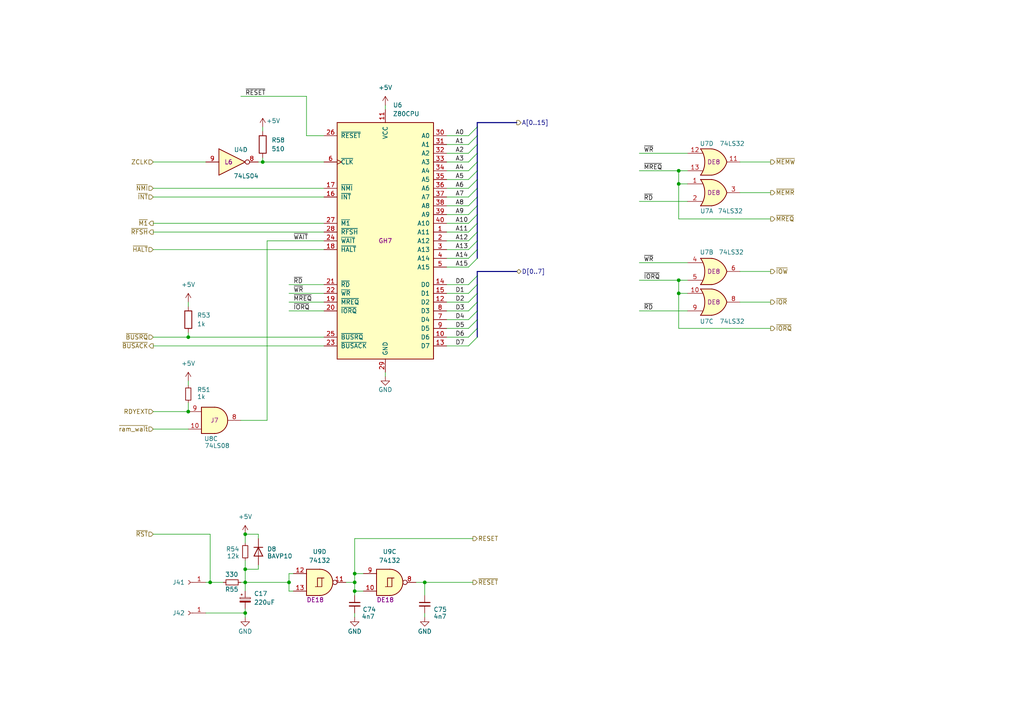
<source format=kicad_sch>
(kicad_sch (version 20231120) (generator "eeschema") (generator_version "8.0")
  (paper "A4")
  (title_block (title "Elwro 800 Junior Rev C - CPU") (company "Przemysław Węgrzyn <pwegrzyn@codepainters.com>"))
  (lib_symbols
    (symbol "74xx:74LS04"
      (property "Reference" "U" (at 0 1.27 0))
      (property "Value" "74LS04" (at 0 -1.27 0))
      (symbol "74LS04_1_0"
        (polyline (pts (xy -3.81 3.81) (xy -3.81 -3.81) (xy 3.81 0) (xy -3.81 3.81)) (stroke (width 0.254)) (fill (type background)))
        (pin input line (at -7.62 0 0) (length 3.81) (name "~") (number "1"))
        (pin output inverted (at 7.62 0 180) (length 3.81) (name "~") (number "2"))
      )
      (symbol "74LS04_2_0"
        (polyline (pts (xy -3.81 3.81) (xy -3.81 -3.81) (xy 3.81 0) (xy -3.81 3.81)) (stroke (width 0.254)) (fill (type background)))
        (pin input line (at -7.62 0 0) (length 3.81) (name "~") (number "3"))
        (pin output inverted (at 7.62 0 180) (length 3.81) (name "~") (number "4"))
      )
      (symbol "74LS04_3_0"
        (polyline (pts (xy -3.81 3.81) (xy -3.81 -3.81) (xy 3.81 0) (xy -3.81 3.81)) (stroke (width 0.254)) (fill (type background)))
        (pin input line (at -7.62 0 0) (length 3.81) (name "~") (number "5"))
        (pin output inverted (at 7.62 0 180) (length 3.81) (name "~") (number "6"))
      )
      (symbol "74LS04_4_0"
        (polyline (pts (xy -3.81 3.81) (xy -3.81 -3.81) (xy 3.81 0) (xy -3.81 3.81)) (stroke (width 0.254)) (fill (type background)))
        (pin output inverted (at 7.62 0 180) (length 3.81) (name "~") (number "8"))
        (pin input line (at -7.62 0 0) (length 3.81) (name "~") (number "9"))
      )
      (symbol "74LS04_5_0"
        (polyline (pts (xy -3.81 3.81) (xy -3.81 -3.81) (xy 3.81 0) (xy -3.81 3.81)) (stroke (width 0.254)) (fill (type background)))
        (pin output inverted (at 7.62 0 180) (length 3.81) (name "~") (number "10"))
        (pin input line (at -7.62 0 0) (length 3.81) (name "~") (number "11"))
      )
      (symbol "74LS04_6_0"
        (polyline (pts (xy -3.81 3.81) (xy -3.81 -3.81) (xy 3.81 0) (xy -3.81 3.81)) (stroke (width 0.254)) (fill (type background)))
        (pin output inverted (at 7.62 0 180) (length 3.81) (name "~") (number "12"))
        (pin input line (at -7.62 0 0) (length 3.81) (name "~") (number "13"))
      )
      (symbol "74LS04_7_0"
        (pin power_in line (at 0 12.7 270) (length 5.08) (name "VCC") (number "14"))
        (pin power_in line (at 0 -12.7 90) (length 5.08) (name "GND") (number "7"))
      )
      (symbol "74LS04_7_1"
        (rectangle (start -5.08 7.62) (end 5.08 -7.62) (stroke (width 0.254)) (fill (type background)))
      )
    )
    (symbol "74xx:74LS08" (pin_names (offset 1.016))
      (property "Reference" "U" (at 0 1.27 0))
      (property "Value" "74LS08" (at 0 -1.27 0))
      (symbol "74LS08_1_1"
        (arc (start 0 -3.81) (mid 3.7934 0) (end 0 3.81) (stroke (width 0.254)) (fill (type background)))
        (polyline (pts (xy 0 3.81) (xy -3.81 3.81) (xy -3.81 -3.81) (xy 0 -3.81)) (stroke (width 0.254)) (fill (type background)))
        (pin input line (at -7.62 2.54 0) (length 3.81) (name "~") (number "1"))
        (pin input line (at -7.62 -2.54 0) (length 3.81) (name "~") (number "2"))
        (pin output line (at 7.62 0 180) (length 3.81) (name "~") (number "3"))
      )
      (symbol "74LS08_1_2"
        (arc (start -3.81 -3.81) (mid -2.589 0) (end -3.81 3.81) (stroke (width 0.254)))
        (arc (start -0.6096 -3.81) (mid 2.1842 -2.5851) (end 3.81 0) (stroke (width 0.254)) (fill (type background)))
        (polyline (pts (xy -3.81 -3.81) (xy -0.635 -3.81)) (stroke (width 0.254)) (fill (type background)))
        (polyline (pts (xy -3.81 3.81) (xy -0.635 3.81)) (stroke (width 0.254)) (fill (type background)))
        (polyline (pts (xy -0.635 3.81) (xy -3.81 3.81) (xy -3.81 3.81) (xy -3.556 3.4036) (xy -3.0226 2.2606) (xy -2.6924 1.0414) (xy -2.6162 -0.254) (xy -2.7686 -1.4986) (xy -3.175 -2.7178) (xy -3.81 -3.81) (xy -3.81 -3.81) (xy -0.635 -3.81)) (stroke (width -25.4)) (fill (type background)))
        (arc (start 3.81 0) (mid 2.1915 2.5936) (end -0.6096 3.81) (stroke (width 0.254)) (fill (type background)))
        (pin input inverted (at -7.62 2.54 0) (length 4.318) (name "~") (number "1"))
        (pin input inverted (at -7.62 -2.54 0) (length 4.318) (name "~") (number "2"))
        (pin output inverted (at 7.62 0 180) (length 3.81) (name "~") (number "3"))
      )
      (symbol "74LS08_2_1"
        (arc (start 0 -3.81) (mid 3.7934 0) (end 0 3.81) (stroke (width 0.254)) (fill (type background)))
        (polyline (pts (xy 0 3.81) (xy -3.81 3.81) (xy -3.81 -3.81) (xy 0 -3.81)) (stroke (width 0.254)) (fill (type background)))
        (pin input line (at -7.62 2.54 0) (length 3.81) (name "~") (number "4"))
        (pin input line (at -7.62 -2.54 0) (length 3.81) (name "~") (number "5"))
        (pin output line (at 7.62 0 180) (length 3.81) (name "~") (number "6"))
      )
      (symbol "74LS08_2_2"
        (arc (start -3.81 -3.81) (mid -2.589 0) (end -3.81 3.81) (stroke (width 0.254)))
        (arc (start -0.6096 -3.81) (mid 2.1842 -2.5851) (end 3.81 0) (stroke (width 0.254)) (fill (type background)))
        (polyline (pts (xy -3.81 -3.81) (xy -0.635 -3.81)) (stroke (width 0.254)) (fill (type background)))
        (polyline (pts (xy -3.81 3.81) (xy -0.635 3.81)) (stroke (width 0.254)) (fill (type background)))
        (polyline (pts (xy -0.635 3.81) (xy -3.81 3.81) (xy -3.81 3.81) (xy -3.556 3.4036) (xy -3.0226 2.2606) (xy -2.6924 1.0414) (xy -2.6162 -0.254) (xy -2.7686 -1.4986) (xy -3.175 -2.7178) (xy -3.81 -3.81) (xy -3.81 -3.81) (xy -0.635 -3.81)) (stroke (width -25.4)) (fill (type background)))
        (arc (start 3.81 0) (mid 2.1915 2.5936) (end -0.6096 3.81) (stroke (width 0.254)) (fill (type background)))
        (pin input inverted (at -7.62 2.54 0) (length 4.318) (name "~") (number "4"))
        (pin input inverted (at -7.62 -2.54 0) (length 4.318) (name "~") (number "5"))
        (pin output inverted (at 7.62 0 180) (length 3.81) (name "~") (number "6"))
      )
      (symbol "74LS08_3_1"
        (arc (start 0 -3.81) (mid 3.7934 0) (end 0 3.81) (stroke (width 0.254)) (fill (type background)))
        (polyline (pts (xy 0 3.81) (xy -3.81 3.81) (xy -3.81 -3.81) (xy 0 -3.81)) (stroke (width 0.254)) (fill (type background)))
        (pin input line (at -7.62 -2.54 0) (length 3.81) (name "~") (number "10"))
        (pin output line (at 7.62 0 180) (length 3.81) (name "~") (number "8"))
        (pin input line (at -7.62 2.54 0) (length 3.81) (name "~") (number "9"))
      )
      (symbol "74LS08_3_2"
        (arc (start -3.81 -3.81) (mid -2.589 0) (end -3.81 3.81) (stroke (width 0.254)))
        (arc (start -0.6096 -3.81) (mid 2.1842 -2.5851) (end 3.81 0) (stroke (width 0.254)) (fill (type background)))
        (polyline (pts (xy -3.81 -3.81) (xy -0.635 -3.81)) (stroke (width 0.254)) (fill (type background)))
        (polyline (pts (xy -3.81 3.81) (xy -0.635 3.81)) (stroke (width 0.254)) (fill (type background)))
        (polyline (pts (xy -0.635 3.81) (xy -3.81 3.81) (xy -3.81 3.81) (xy -3.556 3.4036) (xy -3.0226 2.2606) (xy -2.6924 1.0414) (xy -2.6162 -0.254) (xy -2.7686 -1.4986) (xy -3.175 -2.7178) (xy -3.81 -3.81) (xy -3.81 -3.81) (xy -0.635 -3.81)) (stroke (width -25.4)) (fill (type background)))
        (arc (start 3.81 0) (mid 2.1915 2.5936) (end -0.6096 3.81) (stroke (width 0.254)) (fill (type background)))
        (pin input inverted (at -7.62 -2.54 0) (length 4.318) (name "~") (number "10"))
        (pin output inverted (at 7.62 0 180) (length 3.81) (name "~") (number "8"))
        (pin input inverted (at -7.62 2.54 0) (length 4.318) (name "~") (number "9"))
      )
      (symbol "74LS08_4_1"
        (arc (start 0 -3.81) (mid 3.7934 0) (end 0 3.81) (stroke (width 0.254)) (fill (type background)))
        (polyline (pts (xy 0 3.81) (xy -3.81 3.81) (xy -3.81 -3.81) (xy 0 -3.81)) (stroke (width 0.254)) (fill (type background)))
        (pin output line (at 7.62 0 180) (length 3.81) (name "~") (number "11"))
        (pin input line (at -7.62 2.54 0) (length 3.81) (name "~") (number "12"))
        (pin input line (at -7.62 -2.54 0) (length 3.81) (name "~") (number "13"))
      )
      (symbol "74LS08_4_2"
        (arc (start -3.81 -3.81) (mid -2.589 0) (end -3.81 3.81) (stroke (width 0.254)))
        (arc (start -0.6096 -3.81) (mid 2.1842 -2.5851) (end 3.81 0) (stroke (width 0.254)) (fill (type background)))
        (polyline (pts (xy -3.81 -3.81) (xy -0.635 -3.81)) (stroke (width 0.254)) (fill (type background)))
        (polyline (pts (xy -3.81 3.81) (xy -0.635 3.81)) (stroke (width 0.254)) (fill (type background)))
        (polyline (pts (xy -0.635 3.81) (xy -3.81 3.81) (xy -3.81 3.81) (xy -3.556 3.4036) (xy -3.0226 2.2606) (xy -2.6924 1.0414) (xy -2.6162 -0.254) (xy -2.7686 -1.4986) (xy -3.175 -2.7178) (xy -3.81 -3.81) (xy -3.81 -3.81) (xy -0.635 -3.81)) (stroke (width -25.4)) (fill (type background)))
        (arc (start 3.81 0) (mid 2.1915 2.5936) (end -0.6096 3.81) (stroke (width 0.254)) (fill (type background)))
        (pin output inverted (at 7.62 0 180) (length 3.81) (name "~") (number "11"))
        (pin input inverted (at -7.62 2.54 0) (length 4.318) (name "~") (number "12"))
        (pin input inverted (at -7.62 -2.54 0) (length 4.318) (name "~") (number "13"))
      )
      (symbol "74LS08_5_0"
        (pin power_in line (at 0 12.7 270) (length 5.08) (name "VCC") (number "14"))
        (pin power_in line (at 0 -12.7 90) (length 5.08) (name "GND") (number "7"))
      )
      (symbol "74LS08_5_1"
        (rectangle (start -5.08 7.62) (end 5.08 -7.62) (stroke (width 0.254)) (fill (type background)))
      )
    )
    (symbol "74xx:74LS132" (pin_names (offset 1.016))
      (property "Reference" "U" (at 0 1.27 0))
      (property "Value" "74LS132" (at 0 -1.27 0))
      (symbol "74LS132_1_0"
        (polyline (pts (xy -0.635 -1.27) (xy -0.635 1.27) (xy 0.635 1.27)))
        (polyline (pts (xy -0.635 -1.27) (xy -0.635 1.27) (xy 0.635 1.27)))
        (polyline (pts (xy -1.27 -1.27) (xy 0.635 -1.27) (xy 0.635 1.27) (xy 1.27 1.27)))
        (polyline (pts (xy -1.27 -1.27) (xy 0.635 -1.27) (xy 0.635 1.27) (xy 1.27 1.27)))
      )
      (symbol "74LS132_1_1"
        (arc (start 0 -3.81) (mid 3.7934 0) (end 0 3.81) (stroke (width 0.254)) (fill (type background)))
        (polyline (pts (xy 0 3.81) (xy -3.81 3.81) (xy -3.81 -3.81) (xy 0 -3.81)) (stroke (width 0.254)) (fill (type background)))
        (pin input line (at -7.62 2.54 0) (length 3.81) (name "~") (number "1"))
        (pin input line (at -7.62 -2.54 0) (length 3.81) (name "~") (number "2"))
        (pin output inverted (at 7.62 0 180) (length 3.81) (name "~") (number "3"))
      )
      (symbol "74LS132_1_2"
        (arc (start -3.81 -3.81) (mid -2.589 0) (end -3.81 3.81) (stroke (width 0.254)))
        (arc (start -0.6096 -3.81) (mid 2.1842 -2.5851) (end 3.81 0) (stroke (width 0.254)) (fill (type background)))
        (polyline (pts (xy -3.81 -3.81) (xy -0.635 -3.81)) (stroke (width 0.254)) (fill (type background)))
        (polyline (pts (xy -3.81 3.81) (xy -0.635 3.81)) (stroke (width 0.254)) (fill (type background)))
        (polyline (pts (xy -0.635 3.81) (xy -3.81 3.81) (xy -3.81 3.81) (xy -3.556 3.4036) (xy -3.0226 2.2606) (xy -2.6924 1.0414) (xy -2.6162 -0.254) (xy -2.7686 -1.4986) (xy -3.175 -2.7178) (xy -3.81 -3.81) (xy -3.81 -3.81) (xy -0.635 -3.81)) (stroke (width -25.4)) (fill (type background)))
        (arc (start 3.81 0) (mid 2.1915 2.5936) (end -0.6096 3.81) (stroke (width 0.254)) (fill (type background)))
        (pin input inverted (at -7.62 2.54 0) (length 4.318) (name "~") (number "1"))
        (pin input inverted (at -7.62 -2.54 0) (length 4.318) (name "~") (number "2"))
        (pin output line (at 7.62 0 180) (length 3.81) (name "~") (number "3"))
      )
      (symbol "74LS132_2_0"
        (polyline (pts (xy -0.635 -1.27) (xy -0.635 1.27) (xy 0.635 1.27)))
        (polyline (pts (xy -0.635 -1.27) (xy -0.635 1.27) (xy 0.635 1.27)))
        (polyline (pts (xy -1.27 -1.27) (xy 0.635 -1.27) (xy 0.635 1.27) (xy 1.27 1.27)))
        (polyline (pts (xy -1.27 -1.27) (xy 0.635 -1.27) (xy 0.635 1.27) (xy 1.27 1.27)))
      )
      (symbol "74LS132_2_1"
        (arc (start 0 -3.81) (mid 3.7934 0) (end 0 3.81) (stroke (width 0.254)) (fill (type background)))
        (polyline (pts (xy 0 3.81) (xy -3.81 3.81) (xy -3.81 -3.81) (xy 0 -3.81)) (stroke (width 0.254)) (fill (type background)))
        (pin input line (at -7.62 2.54 0) (length 3.81) (name "~") (number "4"))
        (pin input line (at -7.62 -2.54 0) (length 3.81) (name "~") (number "5"))
        (pin output inverted (at 7.62 0 180) (length 3.81) (name "~") (number "6"))
      )
      (symbol "74LS132_2_2"
        (arc (start -3.81 -3.81) (mid -2.589 0) (end -3.81 3.81) (stroke (width 0.254)))
        (arc (start -0.6096 -3.81) (mid 2.1842 -2.5851) (end 3.81 0) (stroke (width 0.254)) (fill (type background)))
        (polyline (pts (xy -3.81 -3.81) (xy -0.635 -3.81)) (stroke (width 0.254)) (fill (type background)))
        (polyline (pts (xy -3.81 3.81) (xy -0.635 3.81)) (stroke (width 0.254)) (fill (type background)))
        (polyline (pts (xy -0.635 3.81) (xy -3.81 3.81) (xy -3.81 3.81) (xy -3.556 3.4036) (xy -3.0226 2.2606) (xy -2.6924 1.0414) (xy -2.6162 -0.254) (xy -2.7686 -1.4986) (xy -3.175 -2.7178) (xy -3.81 -3.81) (xy -3.81 -3.81) (xy -0.635 -3.81)) (stroke (width -25.4)) (fill (type background)))
        (arc (start 3.81 0) (mid 2.1915 2.5936) (end -0.6096 3.81) (stroke (width 0.254)) (fill (type background)))
        (pin input inverted (at -7.62 2.54 0) (length 4.318) (name "~") (number "4"))
        (pin input inverted (at -7.62 -2.54 0) (length 4.318) (name "~") (number "5"))
        (pin output line (at 7.62 0 180) (length 3.81) (name "~") (number "6"))
      )
      (symbol "74LS132_3_0"
        (polyline (pts (xy -0.635 -1.27) (xy -0.635 1.27) (xy 0.635 1.27)))
        (polyline (pts (xy -0.635 -1.27) (xy -0.635 1.27) (xy 0.635 1.27)))
        (polyline (pts (xy -1.27 -1.27) (xy 0.635 -1.27) (xy 0.635 1.27) (xy 1.27 1.27)))
        (polyline (pts (xy -1.27 -1.27) (xy 0.635 -1.27) (xy 0.635 1.27) (xy 1.27 1.27)))
      )
      (symbol "74LS132_3_1"
        (arc (start 0 -3.81) (mid 3.7934 0) (end 0 3.81) (stroke (width 0.254)) (fill (type background)))
        (polyline (pts (xy 0 3.81) (xy -3.81 3.81) (xy -3.81 -3.81) (xy 0 -3.81)) (stroke (width 0.254)) (fill (type background)))
        (pin input line (at -7.62 -2.54 0) (length 3.81) (name "~") (number "10"))
        (pin output inverted (at 7.62 0 180) (length 3.81) (name "~") (number "8"))
        (pin input line (at -7.62 2.54 0) (length 3.81) (name "~") (number "9"))
      )
      (symbol "74LS132_3_2"
        (arc (start -3.81 -3.81) (mid -2.589 0) (end -3.81 3.81) (stroke (width 0.254)))
        (arc (start -0.6096 -3.81) (mid 2.1842 -2.5851) (end 3.81 0) (stroke (width 0.254)) (fill (type background)))
        (polyline (pts (xy -3.81 -3.81) (xy -0.635 -3.81)) (stroke (width 0.254)) (fill (type background)))
        (polyline (pts (xy -3.81 3.81) (xy -0.635 3.81)) (stroke (width 0.254)) (fill (type background)))
        (polyline (pts (xy -0.635 3.81) (xy -3.81 3.81) (xy -3.81 3.81) (xy -3.556 3.4036) (xy -3.0226 2.2606) (xy -2.6924 1.0414) (xy -2.6162 -0.254) (xy -2.7686 -1.4986) (xy -3.175 -2.7178) (xy -3.81 -3.81) (xy -3.81 -3.81) (xy -0.635 -3.81)) (stroke (width -25.4)) (fill (type background)))
        (arc (start 3.81 0) (mid 2.1915 2.5936) (end -0.6096 3.81) (stroke (width 0.254)) (fill (type background)))
        (pin input inverted (at -7.62 -2.54 0) (length 4.318) (name "~") (number "10"))
        (pin output line (at 7.62 0 180) (length 3.81) (name "~") (number "8"))
        (pin input inverted (at -7.62 2.54 0) (length 4.318) (name "~") (number "9"))
      )
      (symbol "74LS132_4_0"
        (polyline (pts (xy -0.635 -1.27) (xy -0.635 1.27) (xy 0.635 1.27)))
        (polyline (pts (xy -0.635 -1.27) (xy -0.635 1.27) (xy 0.635 1.27)))
        (polyline (pts (xy -1.27 -1.27) (xy 0.635 -1.27) (xy 0.635 1.27) (xy 1.27 1.27)))
        (polyline (pts (xy -1.27 -1.27) (xy 0.635 -1.27) (xy 0.635 1.27) (xy 1.27 1.27)))
      )
      (symbol "74LS132_4_1"
        (arc (start 0 -3.81) (mid 3.7934 0) (end 0 3.81) (stroke (width 0.254)) (fill (type background)))
        (polyline (pts (xy 0 3.81) (xy -3.81 3.81) (xy -3.81 -3.81) (xy 0 -3.81)) (stroke (width 0.254)) (fill (type background)))
        (pin output inverted (at 7.62 0 180) (length 3.81) (name "~") (number "11"))
        (pin input line (at -7.62 2.54 0) (length 3.81) (name "~") (number "12"))
        (pin input line (at -7.62 -2.54 0) (length 3.81) (name "~") (number "13"))
      )
      (symbol "74LS132_4_2"
        (arc (start -3.81 -3.81) (mid -2.589 0) (end -3.81 3.81) (stroke (width 0.254)))
        (arc (start -0.6096 -3.81) (mid 2.1842 -2.5851) (end 3.81 0) (stroke (width 0.254)) (fill (type background)))
        (polyline (pts (xy -3.81 -3.81) (xy -0.635 -3.81)) (stroke (width 0.254)) (fill (type background)))
        (polyline (pts (xy -3.81 3.81) (xy -0.635 3.81)) (stroke (width 0.254)) (fill (type background)))
        (polyline (pts (xy -0.635 3.81) (xy -3.81 3.81) (xy -3.81 3.81) (xy -3.556 3.4036) (xy -3.0226 2.2606) (xy -2.6924 1.0414) (xy -2.6162 -0.254) (xy -2.7686 -1.4986) (xy -3.175 -2.7178) (xy -3.81 -3.81) (xy -3.81 -3.81) (xy -0.635 -3.81)) (stroke (width -25.4)) (fill (type background)))
        (arc (start 3.81 0) (mid 2.1915 2.5936) (end -0.6096 3.81) (stroke (width 0.254)) (fill (type background)))
        (pin output line (at 7.62 0 180) (length 3.81) (name "~") (number "11"))
        (pin input inverted (at -7.62 2.54 0) (length 4.318) (name "~") (number "12"))
        (pin input inverted (at -7.62 -2.54 0) (length 4.318) (name "~") (number "13"))
      )
      (symbol "74LS132_5_0"
        (pin power_in line (at 0 12.7 270) (length 5.08) (name "VCC") (number "14"))
        (pin power_in line (at 0 -12.7 90) (length 5.08) (name "GND") (number "7"))
      )
      (symbol "74LS132_5_1"
        (rectangle (start -5.08 7.62) (end 5.08 -7.62) (stroke (width 0.254)) (fill (type background)))
      )
    )
    (symbol "74xx:74LS32" (pin_names (offset 1.016))
      (property "Reference" "U" (at 0 1.27 0))
      (property "Value" "74LS32" (at 0 -1.27 0))
      (symbol "74LS32_1_1"
        (arc (start -3.81 -3.81) (mid -2.589 0) (end -3.81 3.81) (stroke (width 0.254)))
        (arc (start -0.6096 -3.81) (mid 2.1842 -2.5851) (end 3.81 0) (stroke (width 0.254)) (fill (type background)))
        (polyline (pts (xy -3.81 -3.81) (xy -0.635 -3.81)) (stroke (width 0.254)) (fill (type background)))
        (polyline (pts (xy -3.81 3.81) (xy -0.635 3.81)) (stroke (width 0.254)) (fill (type background)))
        (polyline (pts (xy -0.635 3.81) (xy -3.81 3.81) (xy -3.81 3.81) (xy -3.556 3.4036) (xy -3.0226 2.2606) (xy -2.6924 1.0414) (xy -2.6162 -0.254) (xy -2.7686 -1.4986) (xy -3.175 -2.7178) (xy -3.81 -3.81) (xy -3.81 -3.81) (xy -0.635 -3.81)) (stroke (width -25.4)) (fill (type background)))
        (arc (start 3.81 0) (mid 2.1915 2.5936) (end -0.6096 3.81) (stroke (width 0.254)) (fill (type background)))
        (pin input line (at -7.62 2.54 0) (length 4.318) (name "~") (number "1"))
        (pin input line (at -7.62 -2.54 0) (length 4.318) (name "~") (number "2"))
        (pin output line (at 7.62 0 180) (length 3.81) (name "~") (number "3"))
      )
      (symbol "74LS32_1_2"
        (arc (start 0 -3.81) (mid 3.7934 0) (end 0 3.81) (stroke (width 0.254)) (fill (type background)))
        (polyline (pts (xy 0 3.81) (xy -3.81 3.81) (xy -3.81 -3.81) (xy 0 -3.81)) (stroke (width 0.254)) (fill (type background)))
        (pin input inverted (at -7.62 2.54 0) (length 3.81) (name "~") (number "1"))
        (pin input inverted (at -7.62 -2.54 0) (length 3.81) (name "~") (number "2"))
        (pin output inverted (at 7.62 0 180) (length 3.81) (name "~") (number "3"))
      )
      (symbol "74LS32_2_1"
        (arc (start -3.81 -3.81) (mid -2.589 0) (end -3.81 3.81) (stroke (width 0.254)))
        (arc (start -0.6096 -3.81) (mid 2.1842 -2.5851) (end 3.81 0) (stroke (width 0.254)) (fill (type background)))
        (polyline (pts (xy -3.81 -3.81) (xy -0.635 -3.81)) (stroke (width 0.254)) (fill (type background)))
        (polyline (pts (xy -3.81 3.81) (xy -0.635 3.81)) (stroke (width 0.254)) (fill (type background)))
        (polyline (pts (xy -0.635 3.81) (xy -3.81 3.81) (xy -3.81 3.81) (xy -3.556 3.4036) (xy -3.0226 2.2606) (xy -2.6924 1.0414) (xy -2.6162 -0.254) (xy -2.7686 -1.4986) (xy -3.175 -2.7178) (xy -3.81 -3.81) (xy -3.81 -3.81) (xy -0.635 -3.81)) (stroke (width -25.4)) (fill (type background)))
        (arc (start 3.81 0) (mid 2.1915 2.5936) (end -0.6096 3.81) (stroke (width 0.254)) (fill (type background)))
        (pin input line (at -7.62 2.54 0) (length 4.318) (name "~") (number "4"))
        (pin input line (at -7.62 -2.54 0) (length 4.318) (name "~") (number "5"))
        (pin output line (at 7.62 0 180) (length 3.81) (name "~") (number "6"))
      )
      (symbol "74LS32_2_2"
        (arc (start 0 -3.81) (mid 3.7934 0) (end 0 3.81) (stroke (width 0.254)) (fill (type background)))
        (polyline (pts (xy 0 3.81) (xy -3.81 3.81) (xy -3.81 -3.81) (xy 0 -3.81)) (stroke (width 0.254)) (fill (type background)))
        (pin input inverted (at -7.62 2.54 0) (length 3.81) (name "~") (number "4"))
        (pin input inverted (at -7.62 -2.54 0) (length 3.81) (name "~") (number "5"))
        (pin output inverted (at 7.62 0 180) (length 3.81) (name "~") (number "6"))
      )
      (symbol "74LS32_3_1"
        (arc (start -3.81 -3.81) (mid -2.589 0) (end -3.81 3.81) (stroke (width 0.254)))
        (arc (start -0.6096 -3.81) (mid 2.1842 -2.5851) (end 3.81 0) (stroke (width 0.254)) (fill (type background)))
        (polyline (pts (xy -3.81 -3.81) (xy -0.635 -3.81)) (stroke (width 0.254)) (fill (type background)))
        (polyline (pts (xy -3.81 3.81) (xy -0.635 3.81)) (stroke (width 0.254)) (fill (type background)))
        (polyline (pts (xy -0.635 3.81) (xy -3.81 3.81) (xy -3.81 3.81) (xy -3.556 3.4036) (xy -3.0226 2.2606) (xy -2.6924 1.0414) (xy -2.6162 -0.254) (xy -2.7686 -1.4986) (xy -3.175 -2.7178) (xy -3.81 -3.81) (xy -3.81 -3.81) (xy -0.635 -3.81)) (stroke (width -25.4)) (fill (type background)))
        (arc (start 3.81 0) (mid 2.1915 2.5936) (end -0.6096 3.81) (stroke (width 0.254)) (fill (type background)))
        (pin input line (at -7.62 -2.54 0) (length 4.318) (name "~") (number "10"))
        (pin output line (at 7.62 0 180) (length 3.81) (name "~") (number "8"))
        (pin input line (at -7.62 2.54 0) (length 4.318) (name "~") (number "9"))
      )
      (symbol "74LS32_3_2"
        (arc (start 0 -3.81) (mid 3.7934 0) (end 0 3.81) (stroke (width 0.254)) (fill (type background)))
        (polyline (pts (xy 0 3.81) (xy -3.81 3.81) (xy -3.81 -3.81) (xy 0 -3.81)) (stroke (width 0.254)) (fill (type background)))
        (pin input inverted (at -7.62 -2.54 0) (length 3.81) (name "~") (number "10"))
        (pin output inverted (at 7.62 0 180) (length 3.81) (name "~") (number "8"))
        (pin input inverted (at -7.62 2.54 0) (length 3.81) (name "~") (number "9"))
      )
      (symbol "74LS32_4_1"
        (arc (start -3.81 -3.81) (mid -2.589 0) (end -3.81 3.81) (stroke (width 0.254)))
        (arc (start -0.6096 -3.81) (mid 2.1842 -2.5851) (end 3.81 0) (stroke (width 0.254)) (fill (type background)))
        (polyline (pts (xy -3.81 -3.81) (xy -0.635 -3.81)) (stroke (width 0.254)) (fill (type background)))
        (polyline (pts (xy -3.81 3.81) (xy -0.635 3.81)) (stroke (width 0.254)) (fill (type background)))
        (polyline (pts (xy -0.635 3.81) (xy -3.81 3.81) (xy -3.81 3.81) (xy -3.556 3.4036) (xy -3.0226 2.2606) (xy -2.6924 1.0414) (xy -2.6162 -0.254) (xy -2.7686 -1.4986) (xy -3.175 -2.7178) (xy -3.81 -3.81) (xy -3.81 -3.81) (xy -0.635 -3.81)) (stroke (width -25.4)) (fill (type background)))
        (arc (start 3.81 0) (mid 2.1915 2.5936) (end -0.6096 3.81) (stroke (width 0.254)) (fill (type background)))
        (pin output line (at 7.62 0 180) (length 3.81) (name "~") (number "11"))
        (pin input line (at -7.62 2.54 0) (length 4.318) (name "~") (number "12"))
        (pin input line (at -7.62 -2.54 0) (length 4.318) (name "~") (number "13"))
      )
      (symbol "74LS32_4_2"
        (arc (start 0 -3.81) (mid 3.7934 0) (end 0 3.81) (stroke (width 0.254)) (fill (type background)))
        (polyline (pts (xy 0 3.81) (xy -3.81 3.81) (xy -3.81 -3.81) (xy 0 -3.81)) (stroke (width 0.254)) (fill (type background)))
        (pin output inverted (at 7.62 0 180) (length 3.81) (name "~") (number "11"))
        (pin input inverted (at -7.62 2.54 0) (length 3.81) (name "~") (number "12"))
        (pin input inverted (at -7.62 -2.54 0) (length 3.81) (name "~") (number "13"))
      )
      (symbol "74LS32_5_0"
        (pin power_in line (at 0 12.7 270) (length 5.08) (name "VCC") (number "14"))
        (pin power_in line (at 0 -12.7 90) (length 5.08) (name "GND") (number "7"))
      )
      (symbol "74LS32_5_1"
        (rectangle (start -5.08 7.62) (end 5.08 -7.62) (stroke (width 0.254)) (fill (type background)))
      )
    )
    (symbol "CPU:Z80CPU" (pin_names (offset 1.016))
      (property "Reference" "U" (at -13.97 35.56 0))
      (property "Value" "Z80CPU" (at 6.35 35.56 0))
      (symbol "Z80CPU_0_1"
        (rectangle (start -13.97 34.29) (end 13.97 -34.29) (stroke (width 0.254)) (fill (type background)))
      )
      (symbol "Z80CPU_1_1"
        (pin output line (at 17.78 2.54 180) (length 3.81) (name "A11") (number "1"))
        (pin bidirectional line (at 17.78 -27.94 180) (length 3.81) (name "D6") (number "10"))
        (pin power_in line (at 0 38.1 270) (length 3.81) (name "VCC") (number "11"))
        (pin bidirectional line (at 17.78 -17.78 180) (length 3.81) (name "D2") (number "12"))
        (pin bidirectional line (at 17.78 -30.48 180) (length 3.81) (name "D7") (number "13"))
        (pin bidirectional line (at 17.78 -12.7 180) (length 3.81) (name "D0") (number "14"))
        (pin bidirectional line (at 17.78 -15.24 180) (length 3.81) (name "D1") (number "15"))
        (pin input line (at -17.78 12.7 0) (length 3.81) (name "~{INT}") (number "16"))
        (pin input line (at -17.78 15.24 0) (length 3.81) (name "~{NMI}") (number "17"))
        (pin output line (at -17.78 -2.54 0) (length 3.81) (name "~{HALT}") (number "18"))
        (pin output line (at -17.78 -17.78 0) (length 3.81) (name "~{MREQ}") (number "19"))
        (pin output line (at 17.78 0 180) (length 3.81) (name "A12") (number "2"))
        (pin output line (at -17.78 -20.32 0) (length 3.81) (name "~{IORQ}") (number "20"))
        (pin output line (at -17.78 -12.7 0) (length 3.81) (name "~{RD}") (number "21"))
        (pin output line (at -17.78 -15.24 0) (length 3.81) (name "~{WR}") (number "22"))
        (pin output line (at -17.78 -30.48 0) (length 3.81) (name "~{BUSACK}") (number "23"))
        (pin input line (at -17.78 0 0) (length 3.81) (name "~{WAIT}") (number "24"))
        (pin input line (at -17.78 -27.94 0) (length 3.81) (name "~{BUSRQ}") (number "25"))
        (pin input line (at -17.78 30.48 0) (length 3.81) (name "~{RESET}") (number "26"))
        (pin output line (at -17.78 5.08 0) (length 3.81) (name "~{M1}") (number "27"))
        (pin output line (at -17.78 2.54 0) (length 3.81) (name "~{RFSH}") (number "28"))
        (pin power_in line (at 0 -38.1 90) (length 3.81) (name "GND") (number "29"))
        (pin output line (at 17.78 -2.54 180) (length 3.81) (name "A13") (number "3"))
        (pin output line (at 17.78 30.48 180) (length 3.81) (name "A0") (number "30"))
        (pin output line (at 17.78 27.94 180) (length 3.81) (name "A1") (number "31"))
        (pin output line (at 17.78 25.4 180) (length 3.81) (name "A2") (number "32"))
        (pin output line (at 17.78 22.86 180) (length 3.81) (name "A3") (number "33"))
        (pin output line (at 17.78 20.32 180) (length 3.81) (name "A4") (number "34"))
        (pin output line (at 17.78 17.78 180) (length 3.81) (name "A5") (number "35"))
        (pin output line (at 17.78 15.24 180) (length 3.81) (name "A6") (number "36"))
        (pin output line (at 17.78 12.7 180) (length 3.81) (name "A7") (number "37"))
        (pin output line (at 17.78 10.16 180) (length 3.81) (name "A8") (number "38"))
        (pin output line (at 17.78 7.62 180) (length 3.81) (name "A9") (number "39"))
        (pin output line (at 17.78 -5.08 180) (length 3.81) (name "A14") (number "4"))
        (pin output line (at 17.78 5.08 180) (length 3.81) (name "A10") (number "40"))
        (pin output line (at 17.78 -7.62 180) (length 3.81) (name "A15") (number "5"))
        (pin input clock (at -17.78 22.86 0) (length 3.81) (name "~{CLK}") (number "6"))
        (pin bidirectional line (at 17.78 -22.86 180) (length 3.81) (name "D4") (number "7"))
        (pin bidirectional line (at 17.78 -20.32 180) (length 3.81) (name "D3") (number "8"))
        (pin bidirectional line (at 17.78 -25.4 180) (length 3.81) (name "D5") (number "9"))
      )
    )
    (symbol "Connector:Conn_01x01_Socket" (pin_names (offset 1.016) hide)
      (property "Reference" "J" (at 0 2.54 0))
      (property "Value" "Conn_01x01_Socket" (at 0 -2.54 0))
      (symbol "Conn_01x01_Socket_1_1"
        (polyline (pts (xy -1.27 0) (xy -0.508 0)) (stroke (width 0.1524)))
        (arc (start 0 0.508) (mid -0.5058 0) (end 0 -0.508) (stroke (width 0.1524)))
        (pin passive line (at -5.08 0 0) (length 3.81) (name "Pin_1") (number "1"))
      )
    )
    (symbol "Device:C_Polarized_Small" (pin_numbers hide) (pin_names (offset 0.254) hide)
      (property "Reference" "C" (at 0.254 1.778 0))
      (property "Value" "C_Polarized_Small" (at 0.254 -2.032 0))
      (symbol "C_Polarized_Small_0_1"
        (rectangle (start -1.524 -0.3048) (end 1.524 -0.6858) (fill (type outline)))
        (rectangle (start -1.524 0.6858) (end 1.524 0.3048))
        (polyline (pts (xy -1.27 1.524) (xy -0.762 1.524)))
        (polyline (pts (xy -1.016 1.27) (xy -1.016 1.778)))
      )
      (symbol "C_Polarized_Small_1_1"
        (pin passive line (at 0 2.54 270) (length 1.8542) (name "~") (number "1"))
        (pin passive line (at 0 -2.54 90) (length 1.8542) (name "~") (number "2"))
      )
    )
    (symbol "Device:C_Small" (pin_numbers hide) (pin_names (offset 0.254) hide)
      (property "Reference" "C" (at 0.254 1.778 0))
      (property "Value" "C_Small" (at 0.254 -2.032 0))
      (symbol "C_Small_0_1"
        (polyline (pts (xy -1.524 -0.508) (xy 1.524 -0.508)) (stroke (width 0.3302)))
        (polyline (pts (xy -1.524 0.508) (xy 1.524 0.508)) (stroke (width 0.3048)))
      )
      (symbol "C_Small_1_1"
        (pin passive line (at 0 2.54 270) (length 2.032) (name "~") (number "1"))
        (pin passive line (at 0 -2.54 90) (length 2.032) (name "~") (number "2"))
      )
    )
    (symbol "Device:D" (pin_numbers hide) (pin_names (offset 1.016) hide)
      (property "Reference" "D" (at 0 2.54 0))
      (property "Value" "D" (at 0 -2.54 0))
      (symbol "D_0_1"
        (polyline (pts (xy -1.27 1.27) (xy -1.27 -1.27)) (stroke (width 0.254)))
        (polyline (pts (xy 1.27 0) (xy -1.27 0)))
        (polyline (pts (xy 1.27 1.27) (xy 1.27 -1.27) (xy -1.27 0) (xy 1.27 1.27)) (stroke (width 0.254)))
      )
      (symbol "D_1_1"
        (pin passive line (at -3.81 0 0) (length 2.54) (name "K") (number "1"))
        (pin passive line (at 3.81 0 180) (length 2.54) (name "A") (number "2"))
      )
    )
    (symbol "Device:R" (pin_numbers hide) (pin_names (offset 0))
      (property "Reference" "R" (at 2.032 0 90))
      (property "Value" "R" (at 0 0 90))
      (symbol "R_0_1"
        (rectangle (start -1.016 -2.54) (end 1.016 2.54) (stroke (width 0.254)))
      )
      (symbol "R_1_1"
        (pin passive line (at 0 3.81 270) (length 1.27) (name "~") (number "1"))
        (pin passive line (at 0 -3.81 90) (length 1.27) (name "~") (number "2"))
      )
    )
    (symbol "Device:R_Small" (pin_numbers hide) (pin_names (offset 0.254) hide)
      (property "Reference" "R" (at 0.762 0.508 0))
      (property "Value" "R_Small" (at 0.762 -1.016 0))
      (symbol "R_Small_0_1"
        (rectangle (start -0.762 1.778) (end 0.762 -1.778) (stroke (width 0.2032)))
      )
      (symbol "R_Small_1_1"
        (pin passive line (at 0 2.54 270) (length 0.762) (name "~") (number "1"))
        (pin passive line (at 0 -2.54 90) (length 0.762) (name "~") (number "2"))
      )
    )
    (symbol "power:+5V" (power) (pin_numbers hide) (pin_names (offset 0) hide)
      (property "Value" "+5V" (at 0 3.556 0))
      (symbol "+5V_0_1"
        (polyline (pts (xy -0.762 1.27) (xy 0 2.54)))
        (polyline (pts (xy 0 0) (xy 0 2.54)))
        (polyline (pts (xy 0 2.54) (xy 0.762 1.27)))
      )
      (symbol "+5V_1_1"
        (pin power_in line (at 0 0 90) (length 0) (name "~") (number "1"))
      )
    )
    (symbol "power:GND" (power) (pin_numbers hide) (pin_names (offset 0) hide)
      (property "Value" "GND" (at 0 -3.81 0))
      (symbol "GND_0_1"
        (polyline (pts (xy 0 0) (xy 0 -1.27) (xy 1.27 -1.27) (xy 0 -2.54) (xy -1.27 -1.27) (xy 0 -1.27)))
      )
      (symbol "GND_1_1"
        (pin power_in line (at 0 0 270) (length 0) (name "~") (number "1"))
      )
    )
  )
  (junction (at 196.85 81.28))
  (junction (at 71.12 165.1))
  (junction (at 54.61 97.79))
  (junction (at 196.85 49.53))
  (junction (at 71.12 168.91))
  (junction (at 196.85 53.34))
  (junction (at 102.87 168.91))
  (junction (at 102.87 166.37))
  (junction (at 76.2 46.99))
  (junction (at 71.12 154.94))
  (junction (at 83.82 168.91))
  (junction (at 123.19 168.91))
  (junction (at 102.87 171.45))
  (junction (at 71.12 177.8))
  (junction (at 196.85 85.09))
  (junction (at 60.96 168.91))
  (junction (at 54.61 119.38))
  (bus_entry (at 135.89 64.77) (size 2.54 -2.54))
  (bus_entry (at 135.89 90.17) (size 2.54 -2.54))
  (bus_entry (at 135.89 62.23) (size 2.54 -2.54))
  (bus_entry (at 135.89 77.47) (size 2.54 -2.54))
  (bus_entry (at 135.89 72.39) (size 2.54 -2.54))
  (bus_entry (at 135.89 59.69) (size 2.54 -2.54))
  (bus_entry (at 135.89 39.37) (size 2.54 -2.54))
  (bus_entry (at 135.89 69.85) (size 2.54 -2.54))
  (bus_entry (at 135.89 85.09) (size 2.54 -2.54))
  (bus_entry (at 135.89 100.33) (size 2.54 -2.54))
  (bus_entry (at 135.89 41.91) (size 2.54 -2.54))
  (bus_entry (at 135.89 74.93) (size 2.54 -2.54))
  (bus_entry (at 135.89 97.79) (size 2.54 -2.54))
  (bus_entry (at 135.89 82.55) (size 2.54 -2.54))
  (bus_entry (at 135.89 52.07) (size 2.54 -2.54))
  (bus_entry (at 135.89 87.63) (size 2.54 -2.54))
  (bus_entry (at 135.89 54.61) (size 2.54 -2.54))
  (bus_entry (at 135.89 46.99) (size 2.54 -2.54))
  (bus_entry (at 135.89 67.31) (size 2.54 -2.54))
  (bus_entry (at 135.89 57.15) (size 2.54 -2.54))
  (bus_entry (at 135.89 44.45) (size 2.54 -2.54))
  (bus_entry (at 135.89 49.53) (size 2.54 -2.54))
  (bus_entry (at 135.89 92.71) (size 2.54 -2.54))
  (bus_entry (at 135.89 95.25) (size 2.54 -2.54))
  (bus (pts (xy 138.43 57.15) (xy 138.43 54.61)))
  (wire (pts (xy 102.87 177.8) (xy 102.87 179.07)))
  (wire (pts (xy 129.54 54.61) (xy 135.89 54.61)))
  (wire (pts (xy 44.45 100.33) (xy 93.98 100.33)))
  (bus (pts (xy 138.43 95.25) (xy 138.43 92.71)))
  (wire (pts (xy 54.61 87.63) (xy 54.61 88.9)))
  (wire (pts (xy 129.54 100.33) (xy 135.89 100.33)))
  (wire (pts (xy 85.09 166.37) (xy 83.82 166.37)))
  (wire (pts (xy 102.87 156.21) (xy 137.16 156.21)))
  (wire (pts (xy 60.96 168.91) (xy 64.77 168.91)))
  (wire (pts (xy 129.54 74.93) (xy 135.89 74.93)))
  (bus (pts (xy 138.43 69.85) (xy 138.43 67.31)))
  (wire (pts (xy 185.42 49.53) (xy 196.85 49.53)))
  (wire (pts (xy 60.96 168.91) (xy 60.96 154.94)))
  (wire (pts (xy 214.63 87.63) (xy 223.52 87.63)))
  (bus (pts (xy 138.43 44.45) (xy 138.43 41.91)))
  (wire (pts (xy 44.45 54.61) (xy 93.98 54.61)))
  (wire (pts (xy 123.19 177.8) (xy 123.19 179.07)))
  (wire (pts (xy 74.93 165.1) (xy 74.93 163.83)))
  (wire (pts (xy 54.61 116.84) (xy 54.61 119.38)))
  (wire (pts (xy 69.85 27.94) (xy 88.9 27.94)))
  (wire (pts (xy 71.12 162.56) (xy 71.12 165.1)))
  (bus (pts (xy 138.43 78.74) (xy 149.86 78.74)))
  (wire (pts (xy 44.45 67.31) (xy 93.98 67.31)))
  (wire (pts (xy 71.12 177.8) (xy 71.12 179.07)))
  (wire (pts (xy 102.87 171.45) (xy 102.87 172.72)))
  (wire (pts (xy 77.47 69.85) (xy 93.98 69.85)))
  (wire (pts (xy 76.2 46.99) (xy 93.98 46.99)))
  (wire (pts (xy 71.12 168.91) (xy 71.12 165.1)))
  (wire (pts (xy 44.45 57.15) (xy 93.98 57.15)))
  (wire (pts (xy 93.98 97.79) (xy 54.61 97.79)))
  (wire (pts (xy 102.87 166.37) (xy 105.41 166.37)))
  (wire (pts (xy 44.45 64.77) (xy 93.98 64.77)))
  (wire (pts (xy 74.93 154.94) (xy 74.93 156.21)))
  (wire (pts (xy 93.98 39.37) (xy 88.9 39.37)))
  (bus (pts (xy 138.43 80.01) (xy 138.43 78.74)))
  (wire (pts (xy 196.85 85.09) (xy 196.85 81.28)))
  (wire (pts (xy 129.54 64.77) (xy 135.89 64.77)))
  (wire (pts (xy 44.45 72.39) (xy 93.98 72.39)))
  (wire (pts (xy 59.69 168.91) (xy 60.96 168.91)))
  (wire (pts (xy 129.54 62.23) (xy 135.89 62.23)))
  (wire (pts (xy 54.61 96.52) (xy 54.61 97.79)))
  (wire (pts (xy 129.54 72.39) (xy 135.89 72.39)))
  (wire (pts (xy 102.87 166.37) (xy 102.87 156.21)))
  (wire (pts (xy 196.85 53.34) (xy 196.85 49.53)))
  (wire (pts (xy 120.65 168.91) (xy 123.19 168.91)))
  (wire (pts (xy 185.42 44.45) (xy 199.39 44.45)))
  (wire (pts (xy 199.39 81.28) (xy 196.85 81.28)))
  (wire (pts (xy 83.82 90.17) (xy 93.98 90.17)))
  (bus (pts (xy 138.43 36.83) (xy 138.43 35.56)))
  (wire (pts (xy 44.45 124.46) (xy 54.61 124.46)))
  (bus (pts (xy 138.43 39.37) (xy 138.43 36.83)))
  (wire (pts (xy 102.87 168.91) (xy 102.87 171.45)))
  (wire (pts (xy 71.12 165.1) (xy 74.93 165.1)))
  (wire (pts (xy 129.54 41.91) (xy 135.89 41.91)))
  (wire (pts (xy 69.85 121.92) (xy 77.47 121.92)))
  (wire (pts (xy 44.45 46.99) (xy 59.69 46.99)))
  (wire (pts (xy 100.33 168.91) (xy 102.87 168.91)))
  (wire (pts (xy 199.39 85.09) (xy 196.85 85.09)))
  (wire (pts (xy 74.93 46.99) (xy 76.2 46.99)))
  (bus (pts (xy 138.43 54.61) (xy 138.43 52.07)))
  (bus (pts (xy 138.43 59.69) (xy 138.43 57.15)))
  (wire (pts (xy 196.85 63.5) (xy 223.52 63.5)))
  (bus (pts (xy 138.43 85.09) (xy 138.43 82.55)))
  (wire (pts (xy 83.82 85.09) (xy 93.98 85.09)))
  (wire (pts (xy 199.39 49.53) (xy 196.85 49.53)))
  (wire (pts (xy 44.45 119.38) (xy 54.61 119.38)))
  (wire (pts (xy 71.12 168.91) (xy 71.12 171.45)))
  (wire (pts (xy 76.2 45.72) (xy 76.2 46.99)))
  (wire (pts (xy 71.12 154.94) (xy 71.12 157.48)))
  (bus (pts (xy 138.43 49.53) (xy 138.43 46.99)))
  (wire (pts (xy 129.54 82.55) (xy 135.89 82.55)))
  (wire (pts (xy 185.42 58.42) (xy 199.39 58.42)))
  (wire (pts (xy 129.54 49.53) (xy 135.89 49.53)))
  (wire (pts (xy 196.85 85.09) (xy 196.85 95.25)))
  (wire (pts (xy 129.54 95.25) (xy 135.89 95.25)))
  (wire (pts (xy 83.82 82.55) (xy 93.98 82.55)))
  (wire (pts (xy 83.82 166.37) (xy 83.82 168.91)))
  (wire (pts (xy 83.82 168.91) (xy 71.12 168.91)))
  (bus (pts (xy 138.43 64.77) (xy 138.43 62.23)))
  (wire (pts (xy 54.61 110.49) (xy 54.61 111.76)))
  (wire (pts (xy 111.76 30.48) (xy 111.76 31.75)))
  (wire (pts (xy 214.63 55.88) (xy 223.52 55.88)))
  (wire (pts (xy 129.54 97.79) (xy 135.89 97.79)))
  (wire (pts (xy 129.54 69.85) (xy 135.89 69.85)))
  (wire (pts (xy 129.54 39.37) (xy 135.89 39.37)))
  (wire (pts (xy 185.42 76.2) (xy 199.39 76.2)))
  (bus (pts (xy 138.43 92.71) (xy 138.43 90.17)))
  (bus (pts (xy 138.43 72.39) (xy 138.43 69.85)))
  (wire (pts (xy 102.87 168.91) (xy 102.87 166.37)))
  (wire (pts (xy 129.54 46.99) (xy 135.89 46.99)))
  (bus (pts (xy 138.43 62.23) (xy 138.43 59.69)))
  (wire (pts (xy 129.54 57.15) (xy 135.89 57.15)))
  (bus (pts (xy 138.43 87.63) (xy 138.43 85.09)))
  (wire (pts (xy 129.54 87.63) (xy 135.89 87.63)))
  (wire (pts (xy 83.82 171.45) (xy 85.09 171.45)))
  (bus (pts (xy 138.43 67.31) (xy 138.43 64.77)))
  (bus (pts (xy 138.43 74.93) (xy 138.43 72.39)))
  (wire (pts (xy 123.19 168.91) (xy 137.16 168.91)))
  (wire (pts (xy 77.47 121.92) (xy 77.47 69.85)))
  (wire (pts (xy 71.12 154.94) (xy 74.93 154.94)))
  (wire (pts (xy 71.12 176.53) (xy 71.12 177.8)))
  (wire (pts (xy 111.76 107.95) (xy 111.76 109.22)))
  (wire (pts (xy 129.54 52.07) (xy 135.89 52.07)))
  (bus (pts (xy 138.43 35.56) (xy 149.86 35.56)))
  (wire (pts (xy 102.87 171.45) (xy 105.41 171.45)))
  (wire (pts (xy 129.54 90.17) (xy 135.89 90.17)))
  (wire (pts (xy 83.82 168.91) (xy 83.82 171.45)))
  (wire (pts (xy 123.19 172.72) (xy 123.19 168.91)))
  (wire (pts (xy 129.54 59.69) (xy 135.89 59.69)))
  (bus (pts (xy 138.43 52.07) (xy 138.43 49.53)))
  (bus (pts (xy 138.43 82.55) (xy 138.43 80.01)))
  (wire (pts (xy 129.54 77.47) (xy 135.89 77.47)))
  (wire (pts (xy 185.42 81.28) (xy 196.85 81.28)))
  (wire (pts (xy 129.54 92.71) (xy 135.89 92.71)))
  (bus (pts (xy 138.43 90.17) (xy 138.43 87.63)))
  (wire (pts (xy 44.45 154.94) (xy 60.96 154.94)))
  (wire (pts (xy 214.63 78.74) (xy 223.52 78.74)))
  (wire (pts (xy 196.85 95.25) (xy 223.52 95.25)))
  (wire (pts (xy 196.85 53.34) (xy 196.85 63.5)))
  (wire (pts (xy 129.54 85.09) (xy 135.89 85.09)))
  (wire (pts (xy 83.82 87.63) (xy 93.98 87.63)))
  (wire (pts (xy 69.85 168.91) (xy 71.12 168.91)))
  (bus (pts (xy 138.43 46.99) (xy 138.43 44.45)))
  (wire (pts (xy 76.2 36.83) (xy 76.2 38.1)))
  (wire (pts (xy 214.63 46.99) (xy 223.52 46.99)))
  (wire (pts (xy 185.42 90.17) (xy 199.39 90.17)))
  (wire (pts (xy 199.39 53.34) (xy 196.85 53.34)))
  (wire (pts (xy 129.54 44.45) (xy 135.89 44.45)))
  (wire (pts (xy 54.61 97.79) (xy 44.45 97.79)))
  (wire (pts (xy 59.69 177.8) (xy 71.12 177.8)))
  (wire (pts (xy 129.54 67.31) (xy 135.89 67.31)))
  (wire (pts (xy 88.9 39.37) (xy 88.9 27.94)))
  (bus (pts (xy 138.43 41.91) (xy 138.43 39.37)))
  (bus (pts (xy 138.43 97.79) (xy 138.43 95.25)))
  (label "A5" (at 132.08 52.07 0))
  (label "A10" (at 132.08 64.77 0))
  (label "A8" (at 132.08 59.69 0))
  (label "~{IORQ}" (at 186.69 81.28 0))
  (label "D3" (at 132.08 90.17 0))
  (label "D5" (at 132.08 95.25 0))
  (label "A11" (at 132.08 67.31 0))
  (label "~{MREQ}" (at 85.09 87.63 0))
  (label "A4" (at 132.08 49.53 0))
  (label "~{WR}" (at 186.69 76.2 0))
  (label "D2" (at 132.08 87.63 0))
  (label "~{RD}" (at 85.09 82.55 0))
  (label "~{IORQ}" (at 85.09 90.17 0))
  (label "A14" (at 132.08 74.93 0))
  (label "~{WAIT}" (at 85.09 69.85 0))
  (label "A15" (at 132.08 77.47 0))
  (label "A2" (at 132.08 44.45 0))
  (label "A9" (at 132.08 62.23 0))
  (label "~{WR}" (at 186.69 44.45 0))
  (label "D7" (at 132.08 100.33 0))
  (label "D1" (at 132.08 85.09 0))
  (label "D0" (at 132.08 82.55 0))
  (label "A3" (at 132.08 46.99 0))
  (label "A6" (at 132.08 54.61 0))
  (label "A13" (at 132.08 72.39 0))
  (label "D6" (at 132.08 97.79 0))
  (label "~{WR}" (at 85.09 85.09 0))
  (label "~{RD}" (at 186.69 58.42 0))
  (label "A0" (at 132.08 39.37 0))
  (label "A7" (at 132.08 57.15 0))
  (label "A1" (at 132.08 41.91 0))
  (label "D4" (at 132.08 92.71 0))
  (label "~{RD}" (at 186.69 90.17 0))
  (label "A12" (at 132.08 69.85 0))
  (label "~{MREQ}" (at 186.69 49.53 0))
  (label "~{RESET}" (at 71.12 27.94 0))
  (hierarchical_label "~{BUSRQ}" (shape input) (at 44.45 97.79 180))
  (hierarchical_label "~{IOR}" (shape output) (at 223.52 87.63 0))
  (hierarchical_label "~{RST}" (shape input) (at 44.45 154.94 180))
  (hierarchical_label "~{HALT}" (shape input) (at 44.45 72.39 180))
  (hierarchical_label "~{MEMR}" (shape output) (at 223.52 55.88 0))
  (hierarchical_label "~{RESET}" (shape output) (at 137.16 168.91 0))
  (hierarchical_label "~{MREQ}" (shape output) (at 223.52 63.5 0))
  (hierarchical_label "RDYEXT" (shape input) (at 44.45 119.38 180))
  (hierarchical_label "ZCLK" (shape input) (at 44.45 46.99 180))
  (hierarchical_label "~{RFSH}" (shape output) (at 44.45 67.31 180))
  (hierarchical_label "~{INT}" (shape input) (at 44.45 57.15 180))
  (hierarchical_label "~{IOW}" (shape output) (at 223.52 78.74 0))
  (hierarchical_label "~{MEMW}" (shape output) (at 223.52 46.99 0))
  (hierarchical_label "~{BUSACK}" (shape output) (at 44.45 100.33 180))
  (hierarchical_label "RESET" (shape output) (at 137.16 156.21 0))
  (hierarchical_label "~{ram_wait}" (shape input) (at 44.45 124.46 180))
  (hierarchical_label "~{M1}" (shape output) (at 44.45 64.77 180))
  (hierarchical_label "~{NMI}" (shape input) (at 44.45 54.61 180))
  (hierarchical_label "~{IORQ}" (shape output) (at 223.52 95.25 0))
  (hierarchical_label "D[0..7]" (shape bidirectional) (at 149.86 78.74 0))
  (hierarchical_label "A[0..15]" (shape output) (at 149.86 35.56 0))
  (symbol (lib_id "74xx:74LS32") (at 207.01 78.74 0) (unit 2)
    (property "Reference" "U7" (at 204.978 73.152 0))
    (property "Value" "74LS32" (at 212.09 73.152 0))
    (property "Footprint" "e800j_custom:DIP14_300" (effects (hide yes)))
    (property "Datasheet" "http://www.ti.com/lit/gpn/sn74LS32" (effects (hide yes)))
    (property "Description" "Quad 2-input OR" (effects (hide yes)))
    (property "OrigRef" "DE8" (at 207.01 78.74 0))
    (property "OrigType" "UCY74LS32N" (effects (hide yes)))
  )
  (symbol (lib_id "Device:C_Small") (at 123.19 175.26 0) (unit 1)
    (property "Reference" "C75" (at 125.73 176.784 0) (effects (justify left)))
    (property "Value" "4n7" (at 125.73 178.816 0) (effects (justify left)))
    (property "Footprint" "e800j_custom:c_200" (effects (hide yes)))
    (property "Description" "Unpolarized capacitor, small symbol" (effects (hide yes)))
  )
  (symbol (lib_id "power:+5V") (at 111.76 30.48 0) (unit 1)
    (property "Reference" "#PWR040" (effects (hide yes)))
    (property "Value" "+5V" (at 111.76 25.4 0))
    (property "Description" "Power symbol creates a global label with name \"+5V\"" (effects (hide yes)))
  )
  (symbol (lib_id "74xx:74LS04") (at 67.31 46.99 0) (unit 4)
    (property "Reference" "U4" (at 69.85 43.434 0))
    (property "Value" "74LS04" (at 71.374 51.054 0))
    (property "Footprint" "e800j_custom:DIP14_300" (effects (hide yes)))
    (property "Datasheet" "http://www.ti.com/lit/gpn/sn74LS04" (effects (hide yes)))
    (property "Description" "Hex Inverter" (effects (hide yes)))
    (property "OrigRef" "L6" (at 66.294 46.99 0))
    (property "OrigType" "UCY74LS04N" (effects (hide yes)))
  )
  (symbol (lib_id "power:+5V") (at 71.12 154.94 0) (unit 1)
    (property "Reference" "#PWR043" (effects (hide yes)))
    (property "Value" "+5V" (at 71.12 149.86 0))
    (property "Description" "Power symbol creates a global label with name \"+5V\"" (effects (hide yes)))
  )
  (symbol (lib_id "Device:R") (at 76.2 41.91 180) (unit 1)
    (property "Reference" "R58" (at 78.74 40.6399 0) (effects (justify right)))
    (property "Value" "510" (at 78.74 43.1799 0) (effects (justify right)))
    (property "Footprint" "e800j_custom:r_400" (effects (hide yes)))
    (property "Description" "Resistor" (effects (hide yes)))
    (property "OrigValue" "511" (effects (hide yes)))
  )
  (symbol (lib_id "Device:C_Polarized_Small") (at 71.12 173.99 0) (unit 1)
    (property "Reference" "C17" (at 73.66 172.1738 0) (effects (justify left)))
    (property "Value" "220uF" (at 73.66 174.7138 0) (effects (justify left)))
    (property "Footprint" "e800j_custom:cp_200_r45" (effects (hide yes)))
    (property "Description" "Polarized capacitor, small symbol" (effects (hide yes)))
  )
  (symbol (lib_id "Device:R") (at 54.61 92.71 180) (unit 1)
    (property "Reference" "R53" (at 57.15 91.4399 0) (effects (justify right)))
    (property "Value" "1k" (at 57.15 93.9799 0) (effects (justify right)))
    (property "Footprint" "e800j_custom:r_400" (effects (hide yes)))
    (property "Description" "Resistor" (effects (hide yes)))
  )
  (symbol (lib_id "CPU:Z80CPU") (at 111.76 69.85 0) (unit 1)
    (property "Reference" "U6" (at 113.9541 30.48 0) (effects (justify left)))
    (property "Value" "Z80CPU" (at 113.9541 33.02 0) (effects (justify left)))
    (property "Footprint" "e800j_custom:DIP40_600" (effects (hide yes)))
    (property "Datasheet" "www.zilog.com/manage_directlink.php?filepath=docs/z80/um0080" (effects (hide yes)))
    (property "Description" "8-bit General Purpose Microprocessor, DIP-40" (effects (hide yes)))
    (property "OrigRef" "GH7" (at 111.76 69.85 0))
    (property "OrigType" "UA880D" (effects (hide yes)))
  )
  (symbol (lib_id "power:GND") (at 71.12 179.07 0) (unit 1)
    (property "Reference" "#PWR044" (effects (hide yes)))
    (property "Value" "GND" (at 71.12 183.134 0))
    (property "Description" "Power symbol creates a global label with name \"GND\" , ground" (effects (hide yes)))
  )
  (symbol (lib_id "Device:C_Small") (at 102.87 175.26 0) (unit 1)
    (property "Reference" "C74" (at 105.156 176.784 0) (effects (justify left)))
    (property "Value" "4n7" (at 104.902 178.816 0) (effects (justify left)))
    (property "Footprint" "e800j_custom:c_200" (effects (hide yes)))
    (property "Description" "Unpolarized capacitor, small symbol" (effects (hide yes)))
  )
  (symbol (lib_id "power:GND") (at 102.87 179.07 0) (unit 1)
    (property "Reference" "#PWR045" (effects (hide yes)))
    (property "Value" "GND" (at 102.87 183.134 0))
    (property "Description" "Power symbol creates a global label with name \"GND\" , ground" (effects (hide yes)))
  )
  (symbol (lib_id "74xx:74LS08") (at 62.23 121.92 0) (unit 3)
    (property "Reference" "U8" (at 61.214 127.254 0))
    (property "Value" "74LS08" (at 62.992 129.286 0))
    (property "Footprint" "e800j_custom:DIP14_300" (effects (hide yes)))
    (property "Datasheet" "http://www.ti.com/lit/gpn/sn74LS08" (effects (hide yes)))
    (property "Description" "Quad And2" (effects (hide yes)))
    (property "OrigRef" "J7" (at 62.23 121.92 0))
    (property "OrigType" "UCY74LS08N" (effects (hide yes)))
  )
  (symbol (lib_id "Device:R_Small") (at 67.31 168.91 270) (unit 1)
    (property "Reference" "R55" (at 65.278 170.942 90) (effects (justify left)))
    (property "Value" "330" (at 65.278 166.624 90) (effects (justify left)))
    (property "Footprint" "e800j_custom:r_400" (effects (hide yes)))
    (property "Description" "Resistor, small symbol" (effects (hide yes)))
    (property "OrigValue" "316" (effects (hide yes)))
  )
  (symbol (lib_id "74xx:74LS32") (at 207.01 46.99 0) (unit 4)
    (property "Reference" "U7" (at 204.978 41.656 0))
    (property "Value" "74LS32" (at 212.344 41.656 0))
    (property "Footprint" "e800j_custom:DIP14_300" (effects (hide yes)))
    (property "Datasheet" "http://www.ti.com/lit/gpn/sn74LS32" (effects (hide yes)))
    (property "Description" "Quad 2-input OR" (effects (hide yes)))
    (property "OrigRef" "DE8" (at 207.01 46.99 0))
    (property "OrigType" "UCY74LS32N" (effects (hide yes)))
  )
  (symbol (lib_id "power:GND") (at 111.76 109.22 0) (unit 1)
    (property "Reference" "#PWR041" (effects (hide yes)))
    (property "Value" "GND" (at 111.76 113.03 0))
    (property "Description" "Power symbol creates a global label with name \"GND\" , ground" (effects (hide yes)))
  )
  (symbol (lib_id "power:+5V") (at 54.61 110.49 0) (unit 1)
    (property "Reference" "#PWR073" (effects (hide yes)))
    (property "Value" "+5V" (at 54.61 105.41 0))
    (property "Description" "Power symbol creates a global label with name \"+5V\"" (effects (hide yes)))
  )
  (symbol (lib_id "Device:R_Small") (at 71.12 160.02 0) (unit 1)
    (property "Reference" "R54" (at 65.532 159.258 0) (effects (justify left)))
    (property "Value" "12k" (at 65.786 161.29 0) (effects (justify left)))
    (property "Footprint" "e800j_custom:r_400" (effects (hide yes)))
    (property "Description" "Resistor, small symbol" (effects (hide yes)))
  )
  (symbol (lib_id "power:+5V") (at 76.2 36.83 0) (unit 1)
    (property "Reference" "#PWR039" (effects (hide yes)))
    (property "Value" "+5V" (at 79.248 35.052 0))
    (property "Description" "Power symbol creates a global label with name \"+5V\"" (effects (hide yes)))
  )
  (symbol (lib_id "power:GND") (at 123.19 179.07 0) (unit 1)
    (property "Reference" "#PWR046" (effects (hide yes)))
    (property "Value" "GND" (at 123.19 183.134 0))
    (property "Description" "Power symbol creates a global label with name \"GND\" , ground" (effects (hide yes)))
  )
  (symbol (lib_id "74xx:74LS32") (at 207.01 55.88 0) (unit 1)
    (property "Reference" "U7" (at 204.978 61.214 0))
    (property "Value" "74LS32" (at 211.836 61.214 0))
    (property "Footprint" "e800j_custom:DIP14_300" (effects (hide yes)))
    (property "Datasheet" "http://www.ti.com/lit/gpn/sn74LS32" (effects (hide yes)))
    (property "Description" "Quad 2-input OR" (effects (hide yes)))
    (property "OrigRef" "DE8" (at 207.01 55.88 0))
    (property "OrigType" "UCY74LS32N" (effects (hide yes)))
  )
  (symbol (lib_id "Connector:Conn_01x01_Socket") (at 54.61 168.91 0) (mirror y) (unit 1)
    (property "Reference" "J41" (at 51.816 168.91 0))
    (property "Value" "RESET1" (effects (hide yes)))
    (property "Footprint" "e800j_custom:pin" (effects (hide yes)))
    (property "Description" "Generic connector, single row, 01x01, script generated" (effects (hide yes)))
  )
  (symbol (lib_id "Connector:Conn_01x01_Socket") (at 54.61 177.8 0) (mirror y) (unit 1)
    (property "Reference" "J42" (at 51.816 177.8 0))
    (property "Value" "RESET2" (effects (hide yes)))
    (property "Footprint" "e800j_custom:pin" (effects (hide yes)))
    (property "Description" "Generic connector, single row, 01x01, script generated" (effects (hide yes)))
  )
  (symbol (lib_id "74xx:74LS132") (at 113.03 168.91 0) (unit 3)
    (property "Reference" "U9" (at 113.0217 160.02 0))
    (property "Value" "74132" (at 113.0217 162.56 0))
    (property "Footprint" "e800j_custom:DIP14_300" (effects (hide yes)))
    (property "Datasheet" "http://www.ti.com/lit/gpn/sn74LS132" (effects (hide yes)))
    (property "Description" "Quad 2-input NAND Schmitt trigger" (effects (hide yes)))
    (property "OrigRef" "DE18" (at 111.76 173.99 0))
    (property "OrigType" "UCY74132N" (effects (hide yes)))
  )
  (symbol (lib_id "Device:R_Small") (at 54.61 114.3 0) (unit 1)
    (property "Reference" "R51" (at 57.15 113.0299 0) (effects (justify left)))
    (property "Value" "1k" (at 57.15 115.062 0) (effects (justify left)))
    (property "Footprint" "e800j_custom:r_400" (effects (hide yes)))
    (property "Description" "Resistor, small symbol" (effects (hide yes)))
  )
  (symbol (lib_id "74xx:74LS132") (at 92.71 168.91 0) (unit 4)
    (property "Reference" "U9" (at 92.7017 160.02 0))
    (property "Value" "74132" (at 92.7017 162.56 0))
    (property "Footprint" "e800j_custom:DIP14_300" (effects (hide yes)))
    (property "Datasheet" "http://www.ti.com/lit/gpn/sn74LS132" (effects (hide yes)))
    (property "Description" "Quad 2-input NAND Schmitt trigger" (effects (hide yes)))
    (property "OrigRef" "DE18" (at 91.44 173.99 0))
    (property "OrigType" "UCY74132N" (effects (hide yes)))
  )
  (symbol (lib_id "Device:D") (at 74.93 160.02 270) (unit 1)
    (property "Reference" "D8" (at 77.47 159.258 90) (effects (justify left)))
    (property "Value" "BAVP10" (at 77.47 161.2899 90) (effects (justify left)))
    (property "Footprint" "e800j_custom:DO35_300" (effects (hide yes)))
    (property "Description" "Diode" (effects (hide yes)))
    (property "Sim.Device" "D" (effects (hide yes)))
    (property "Sim.Pins" "1=K 2=A" (effects (hide yes)))
  )
  (symbol (lib_id "74xx:74LS32") (at 207.01 87.63 0) (mirror x) (unit 3)
    (property "Reference" "U7" (at 204.978 93.218 0))
    (property "Value" "74LS32" (at 212.344 93.218 0))
    (property "Footprint" "e800j_custom:DIP14_300" (effects (hide yes)))
    (property "Datasheet" "http://www.ti.com/lit/gpn/sn74LS32" (effects (hide yes)))
    (property "Description" "Quad 2-input OR" (effects (hide yes)))
    (property "OrigRef" "DE8" (at 207.01 87.63 0))
    (property "OrigType" "UCY74LS32N" (effects (hide yes)))
  )
  (symbol (lib_id "power:+5V") (at 54.61 87.63 0) (unit 1)
    (property "Reference" "#PWR042" (effects (hide yes)))
    (property "Value" "+5V" (at 54.61 82.55 0))
    (property "Description" "Power symbol creates a global label with name \"+5V\"" (effects (hide yes)))
  )
)
</source>
